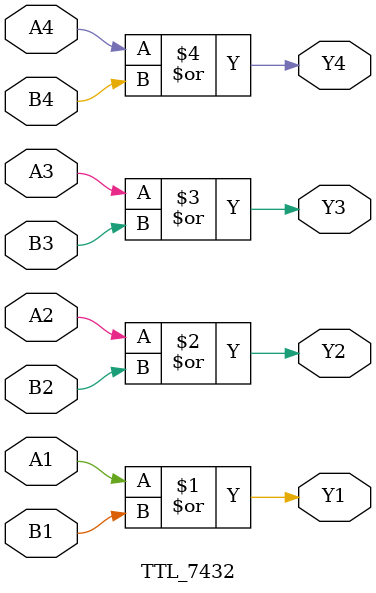
<source format=v>

`timescale 1ns/10ps

module TTL_7432 (
   input  A1, B1,     // Unit A
   output Y1,
   input  A2, B2,     // Unit B
   output Y2,
   input  A3, B3,     // Unit C
   output Y3,
   input  A4, B4,     // Unit D
   output Y4
   );

   or #(22) (Y1, A1, B1);
   or #(22) (Y2, A2, B2);
   or #(22) (Y3, A3, B3);
   or #(22) (Y4, A4, B4);
endmodule


</source>
